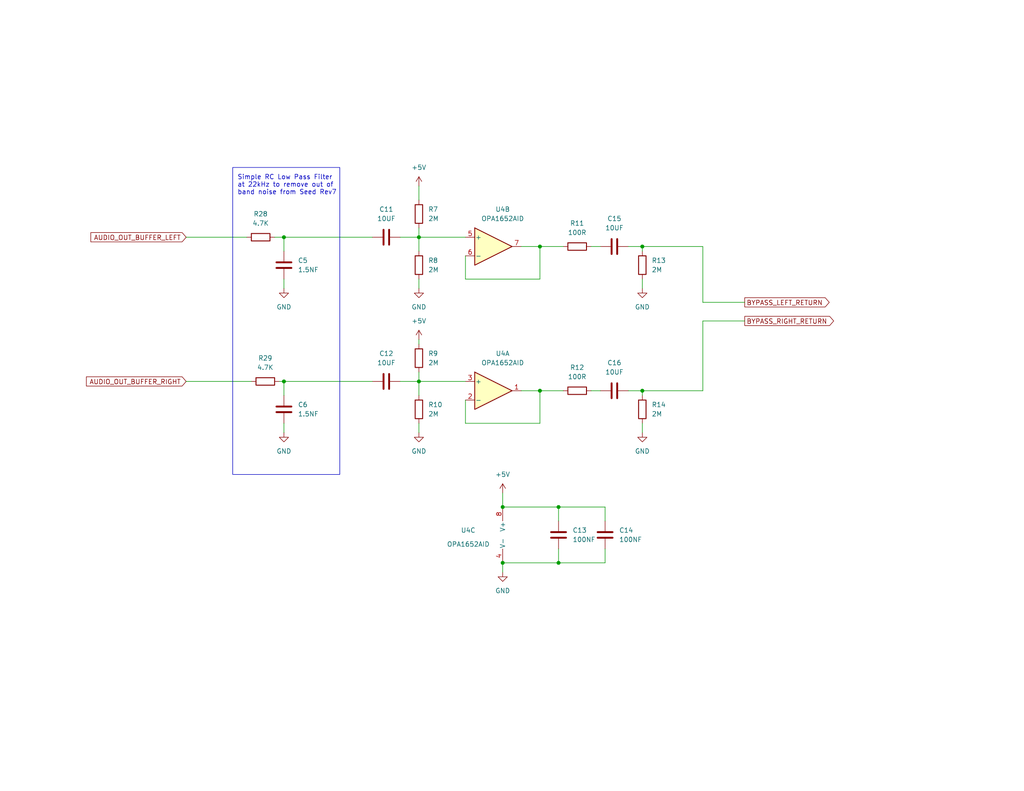
<source format=kicad_sch>
(kicad_sch (version 20230121) (generator eeschema)
  (paper "USLetter")
  (title_block (title "Daisy Seed Guitar Pedal 125B") (date "2023-06-30") (rev "5") (company "Made by Keith Shepherd (kshep@mac.com)") (comment 1 "https://github.com/electro-smith/Hardware/blob/master/reference/daisy_petal/") (comment 2 "Schematic from the Electro-Smith Daisy Petal Reference Hardware Rev 5"))
  (lib_symbols
    (symbol "Amplifier_Operational:OPA1612AxD" (pin_names (offset 0.127))
      (property "Reference" "U" (at 0 5.08 0))
      (property "Value" "OPA1612AxD" (at 0 -5.08 0))
      (symbol "OPA1612AxD_1_1"
        (polyline (pts (xy -5.08 5.08) (xy 5.08 0) (xy -5.08 -5.08) (xy -5.08 5.08)) (stroke (width 0.254)) (fill (type background)))
        (pin output line (at 7.62 0 180) (length 2.54) (name "~") (number "1"))
        (pin input line (at -7.62 -2.54 0) (length 2.54) (name "-") (number "2"))
        (pin input line (at -7.62 2.54 0) (length 2.54) (name "+") (number "3"))
      )
      (symbol "OPA1612AxD_2_1"
        (polyline (pts (xy -5.08 5.08) (xy 5.08 0) (xy -5.08 -5.08) (xy -5.08 5.08)) (stroke (width 0.254)) (fill (type background)))
        (pin input line (at -7.62 2.54 0) (length 2.54) (name "+") (number "5"))
        (pin input line (at -7.62 -2.54 0) (length 2.54) (name "-") (number "6"))
        (pin output line (at 7.62 0 180) (length 2.54) (name "~") (number "7"))
      )
      (symbol "OPA1612AxD_3_1"
        (pin power_in line (at -2.54 -7.62 90) (length 3.81) (name "V-") (number "4"))
        (pin power_in line (at -2.54 7.62 270) (length 3.81) (name "V+") (number "8"))
      )
    )
    (symbol "Device:C" (pin_numbers hide) (pin_names (offset 0.254))
      (property "Reference" "C" (at 0.635 2.54 0))
      (property "Value" "C" (at 0.635 -2.54 0))
      (symbol "C_0_1"
        (polyline (pts (xy -2.032 -0.762) (xy 2.032 -0.762)) (stroke (width 0.508)))
        (polyline (pts (xy -2.032 0.762) (xy 2.032 0.762)) (stroke (width 0.508)))
      )
      (symbol "C_1_1"
        (pin passive line (at 0 3.81 270) (length 2.794) (name "~") (number "1"))
        (pin passive line (at 0 -3.81 90) (length 2.794) (name "~") (number "2"))
      )
    )
    (symbol "Device:R" (pin_numbers hide) (pin_names (offset 0))
      (property "Reference" "R" (at 2.032 0 90))
      (property "Value" "R" (at 0 0 90))
      (symbol "R_0_1"
        (rectangle (start -1.016 -2.54) (end 1.016 2.54) (stroke (width 0.254)))
      )
      (symbol "R_1_1"
        (pin passive line (at 0 3.81 270) (length 1.27) (name "~") (number "1"))
        (pin passive line (at 0 -3.81 90) (length 1.27) (name "~") (number "2"))
      )
    )
    (symbol "power:+5V" (power) (pin_names (offset 0))
      (property "Value" "+5V" (at 0 3.556 0))
      (symbol "+5V_0_1"
        (polyline (pts (xy -0.762 1.27) (xy 0 2.54)))
        (polyline (pts (xy 0 0) (xy 0 2.54)))
        (polyline (pts (xy 0 2.54) (xy 0.762 1.27)))
      )
      (symbol "+5V_1_1"
        (pin power_in line (at 0 0 90) (length 0) hide (name "+5V") (number "1"))
      )
    )
    (symbol "power:GND" (power) (pin_names (offset 0))
      (property "Value" "GND" (at 0 -3.81 0))
      (symbol "GND_0_1"
        (polyline (pts (xy 0 0) (xy 0 -1.27) (xy 1.27 -1.27) (xy 0 -2.54) (xy -1.27 -1.27) (xy 0 -1.27)))
      )
      (symbol "GND_1_1"
        (pin power_in line (at 0 0 270) (length 0) hide (name "GND") (number "1"))
      )
    )
  )
  (junction (at 175.26 106.68))
  (junction (at 147.32 106.68))
  (junction (at 77.47 104.14))
  (junction (at 152.4 153.67))
  (junction (at 137.16 153.67))
  (junction (at 175.26 67.31))
  (junction (at 114.3 104.14))
  (junction (at 77.47 64.77))
  (junction (at 114.3 64.77))
  (junction (at 147.32 67.31))
  (junction (at 152.4 138.43))
  (junction (at 137.16 138.43))
  (wire (pts (xy 171.45 106.68) (xy 175.26 106.68)))
  (wire (pts (xy 165.1 138.43) (xy 165.1 142.24)))
  (wire (pts (xy 137.16 134.62) (xy 137.16 138.43)))
  (wire (pts (xy 161.29 67.31) (xy 163.83 67.31)))
  (wire (pts (xy 114.3 104.14) (xy 114.3 107.95)))
  (wire (pts (xy 114.3 115.57) (xy 114.3 118.11)))
  (wire (pts (xy 114.3 64.77) (xy 114.3 62.23)))
  (wire (pts (xy 127 69.85) (xy 127 76.2)))
  (wire (pts (xy 147.32 76.2) (xy 127 76.2)))
  (wire (pts (xy 114.3 64.77) (xy 127 64.77)))
  (wire (pts (xy 114.3 54.61) (xy 114.3 50.8)))
  (wire (pts (xy 77.47 64.77) (xy 101.6 64.77)))
  (wire (pts (xy 152.4 153.67) (xy 165.1 153.67)))
  (wire (pts (xy 142.24 67.31) (xy 147.32 67.31)))
  (wire (pts (xy 165.1 149.86) (xy 165.1 153.67)))
  (wire (pts (xy 175.26 106.68) (xy 191.77 106.68)))
  (wire (pts (xy 191.77 82.55) (xy 203.2 82.55)))
  (wire (pts (xy 114.3 104.14) (xy 127 104.14)))
  (wire (pts (xy 175.26 115.57) (xy 175.26 118.11)))
  (wire (pts (xy 161.29 106.68) (xy 163.83 106.68)))
  (wire (pts (xy 77.47 104.14) (xy 101.6 104.14)))
  (wire (pts (xy 74.93 64.77) (xy 77.47 64.77)))
  (wire (pts (xy 191.77 67.31) (xy 191.77 82.55)))
  (wire (pts (xy 142.24 106.68) (xy 147.32 106.68)))
  (wire (pts (xy 175.26 76.2) (xy 175.26 78.74)))
  (wire (pts (xy 114.3 76.2) (xy 114.3 78.74)))
  (wire (pts (xy 77.47 76.2) (xy 77.47 78.74)))
  (wire (pts (xy 137.16 138.43) (xy 152.4 138.43)))
  (wire (pts (xy 171.45 67.31) (xy 175.26 67.31)))
  (wire (pts (xy 137.16 153.67) (xy 152.4 153.67)))
  (wire (pts (xy 127 109.22) (xy 127 115.57)))
  (wire (pts (xy 175.26 106.68) (xy 175.26 107.95)))
  (wire (pts (xy 77.47 115.57) (xy 77.47 118.11)))
  (wire (pts (xy 50.8 64.77) (xy 67.31 64.77)))
  (wire (pts (xy 152.4 138.43) (xy 152.4 142.24)))
  (wire (pts (xy 175.26 67.31) (xy 175.26 68.58)))
  (wire (pts (xy 77.47 107.95) (xy 77.47 104.14)))
  (wire (pts (xy 152.4 138.43) (xy 165.1 138.43)))
  (wire (pts (xy 147.32 106.68) (xy 153.67 106.68)))
  (wire (pts (xy 109.22 104.14) (xy 114.3 104.14)))
  (wire (pts (xy 175.26 67.31) (xy 191.77 67.31)))
  (wire (pts (xy 109.22 64.77) (xy 114.3 64.77)))
  (wire (pts (xy 152.4 149.86) (xy 152.4 153.67)))
  (wire (pts (xy 191.77 106.68) (xy 191.77 87.63)))
  (wire (pts (xy 114.3 64.77) (xy 114.3 68.58)))
  (wire (pts (xy 114.3 104.14) (xy 114.3 101.6)))
  (wire (pts (xy 147.32 67.31) (xy 153.67 67.31)))
  (wire (pts (xy 137.16 153.67) (xy 137.16 156.21)))
  (wire (pts (xy 76.2 104.14) (xy 77.47 104.14)))
  (wire (pts (xy 147.32 115.57) (xy 127 115.57)))
  (wire (pts (xy 147.32 67.31) (xy 147.32 76.2)))
  (wire (pts (xy 191.77 87.63) (xy 203.2 87.63)))
  (wire (pts (xy 77.47 68.58) (xy 77.47 64.77)))
  (wire (pts (xy 114.3 93.98) (xy 114.3 92.71)))
  (wire (pts (xy 50.8 104.14) (xy 68.58 104.14)))
  (wire (pts (xy 147.32 106.68) (xy 147.32 115.57)))
  (rectangle (start 63.5 45.72) (end 92.71 129.54))
  (text "Simple RC Low Pass Filter\nat 22kHz to remove out of\nband noise from Seed Rev7" (at 64.77 53.34 0) (effects (font (size 1.27 1.27)) (justify left bottom)))
  (global_label "AUDIO_OUT_BUFFER_RIGHT" (shape input) (at 50.8 104.14 180) (property "Intersheetrefs" "${INTERSHEET_REFS}" (effects hide)))
  (global_label "BYPASS_RIGHT_RETURN" (shape output) (at 203.2 87.63 0) (property "Intersheetrefs" "${INTERSHEET_REFS}" (effects hide)))
  (global_label "AUDIO_OUT_BUFFER_LEFT" (shape input) (at 50.8 64.77 180) (property "Intersheetrefs" "${INTERSHEET_REFS}" (effects hide)))
  (global_label "BYPASS_LEFT_RETURN" (shape output) (at 203.2 82.55 0) (property "Intersheetrefs" "${INTERSHEET_REFS}" (effects hide)))
  (symbol (lib_id "power:GND") (at 175.26 118.11 0) (unit 1)
    (property "Reference" "#PWR017" (effects hide))
    (property "Value" "GND" (at 175.26 123.19 0))
  )
  (symbol (lib_id "Device:R") (at 114.3 111.76 0) (unit 1)
    (property "Reference" "R10" (at 116.84 110.4899 0) (effects (justify left)))
    (property "Value" "2M" (at 116.84 113.0299 0) (effects (justify left)))
    (property "Footprint" "Resistor_SMD:R_0805_2012Metric" (effects hide))
  )
  (symbol (lib_id "Device:C") (at 105.41 64.77 270) (unit 1)
    (property "Reference" "C11" (at 105.41 57.15 90))
    (property "Value" "10UF" (at 105.41 59.69 90))
    (property "Footprint" "Capacitor_SMD:C_0805_2012Metric" (effects hide))
  )
  (symbol (lib_id "Amplifier_Operational:OPA1612AxD") (at 134.62 106.68 0) (unit 1)
    (property "Reference" "U4" (at 137.16 96.52 0))
    (property "Value" "OPA1652AID" (at 137.16 99.06 0))
    (property "Footprint" "Package_SO:SOIC-8_3.9x4.9mm_P1.27mm" (effects hide))
    (property "Datasheet" "http://www.ti.com/lit/ds/symlink/opa1652.pdf" (effects hide))
  )
  (symbol (lib_id "Device:C") (at 165.1 146.05 0) (unit 1)
    (property "Reference" "C14" (at 168.91 144.7799 0) (effects (justify left)))
    (property "Value" "100NF" (at 168.91 147.3199 0) (effects (justify left)))
    (property "Footprint" "Capacitor_SMD:C_0805_2012Metric" (effects hide))
  )
  (symbol (lib_id "power:GND") (at 77.47 78.74 0) (unit 1)
    (property "Reference" "#PWR061" (effects hide))
    (property "Value" "GND" (at 77.47 83.82 0))
  )
  (symbol (lib_id "Device:R") (at 71.12 64.77 90) (unit 1)
    (property "Reference" "R28" (at 71.12 58.42 90))
    (property "Value" "4.7K" (at 71.12 60.96 90))
    (property "Footprint" "Resistor_SMD:R_0805_2012Metric" (effects hide))
  )
  (symbol (lib_id "power:+5V") (at 114.3 92.71 0) (unit 1)
    (property "Reference" "#PWR057" (effects hide))
    (property "Value" "+5V" (at 114.3 87.63 0))
  )
  (symbol (lib_id "power:GND") (at 175.26 78.74 0) (unit 1)
    (property "Reference" "#PWR016" (effects hide))
    (property "Value" "GND" (at 175.26 83.82 0))
  )
  (symbol (lib_id "Device:R") (at 114.3 72.39 0) (unit 1)
    (property "Reference" "R8" (at 116.84 71.1199 0) (effects (justify left)))
    (property "Value" "2M" (at 116.84 73.6599 0) (effects (justify left)))
    (property "Footprint" "Resistor_SMD:R_0805_2012Metric" (effects hide))
  )
  (symbol (lib_id "power:+5V") (at 137.16 134.62 0) (unit 1)
    (property "Reference" "#PWR058" (effects hide))
    (property "Value" "+5V" (at 137.16 129.54 0))
  )
  (symbol (lib_id "Device:R") (at 114.3 97.79 0) (unit 1)
    (property "Reference" "R9" (at 116.84 96.5199 0) (effects (justify left)))
    (property "Value" "2M" (at 116.84 99.0599 0) (effects (justify left)))
    (property "Footprint" "Resistor_SMD:R_0805_2012Metric" (effects hide))
  )
  (symbol (lib_id "Device:R") (at 114.3 58.42 0) (unit 1)
    (property "Reference" "R7" (at 116.84 57.1499 0) (effects (justify left)))
    (property "Value" "2M" (at 116.84 59.6899 0) (effects (justify left)))
    (property "Footprint" "Resistor_SMD:R_0805_2012Metric" (effects hide))
  )
  (symbol (lib_id "Device:C") (at 77.47 111.76 0) (unit 1)
    (property "Reference" "C6" (at 81.28 110.49 0) (effects (justify left)))
    (property "Value" "1.5NF" (at 81.28 113.03 0) (effects (justify left)))
    (property "Footprint" "Capacitor_SMD:C_0805_2012Metric" (effects hide))
  )
  (symbol (lib_id "power:GND") (at 114.3 78.74 0) (unit 1)
    (property "Reference" "#PWR013" (effects hide))
    (property "Value" "GND" (at 114.3 83.82 0))
  )
  (symbol (lib_id "Amplifier_Operational:OPA1612AxD") (at 139.7 146.05 0) (unit 3)
    (property "Reference" "U4" (at 125.73 144.78 0) (effects (justify left)))
    (property "Value" "OPA1652AID" (at 121.92 148.59 0) (effects (justify left)))
    (property "Footprint" "Package_SO:SOIC-8_3.9x4.9mm_P1.27mm" (effects hide))
    (property "Datasheet" "http://www.ti.com/lit/ds/symlink/opa1652.pdf" (effects hide))
  )
  (symbol (lib_id "Device:R") (at 72.39 104.14 90) (unit 1)
    (property "Reference" "R29" (at 72.39 97.79 90))
    (property "Value" "4.7K" (at 72.39 100.33 90))
    (property "Footprint" "Resistor_SMD:R_0805_2012Metric" (effects hide))
  )
  (symbol (lib_id "Device:C") (at 167.64 67.31 90) (unit 1)
    (property "Reference" "C15" (at 167.64 59.69 90))
    (property "Value" "10UF" (at 167.64 62.23 90))
    (property "Footprint" "Capacitor_SMD:C_0805_2012Metric" (effects hide))
  )
  (symbol (lib_id "Device:C") (at 77.47 72.39 0) (unit 1)
    (property "Reference" "C5" (at 81.28 71.12 0) (effects (justify left)))
    (property "Value" "1.5NF" (at 81.28 73.66 0) (effects (justify left)))
    (property "Footprint" "Capacitor_SMD:C_0805_2012Metric" (effects hide))
  )
  (symbol (lib_id "Amplifier_Operational:OPA1612AxD") (at 134.62 67.31 0) (unit 2)
    (property "Reference" "U4" (at 137.16 57.15 0))
    (property "Value" "OPA1652AID" (at 137.16 59.69 0))
    (property "Footprint" "Package_SO:SOIC-8_3.9x4.9mm_P1.27mm" (effects hide))
    (property "Datasheet" "http://www.ti.com/lit/ds/symlink/opa1652.pdf" (effects hide))
  )
  (symbol (lib_id "power:+5V") (at 114.3 50.8 0) (unit 1)
    (property "Reference" "#PWR056" (effects hide))
    (property "Value" "+5V" (at 114.3 45.72 0))
  )
  (symbol (lib_id "power:GND") (at 114.3 118.11 0) (unit 1)
    (property "Reference" "#PWR014" (effects hide))
    (property "Value" "GND" (at 114.3 123.19 0))
  )
  (symbol (lib_id "Device:C") (at 167.64 106.68 90) (unit 1)
    (property "Reference" "C16" (at 167.64 99.06 90))
    (property "Value" "10UF" (at 167.64 101.6 90))
    (property "Footprint" "Capacitor_SMD:C_0805_2012Metric" (effects hide))
  )
  (symbol (lib_id "Device:R") (at 157.48 67.31 90) (unit 1)
    (property "Reference" "R11" (at 157.48 60.96 90))
    (property "Value" "100R" (at 157.48 63.5 90))
    (property "Footprint" "Resistor_SMD:R_0805_2012Metric" (effects hide))
  )
  (symbol (lib_id "power:GND") (at 137.16 156.21 0) (unit 1)
    (property "Reference" "#PWR015" (effects hide))
    (property "Value" "GND" (at 137.16 161.29 0))
  )
  (symbol (lib_id "Device:R") (at 157.48 106.68 90) (unit 1)
    (property "Reference" "R12" (at 157.48 100.33 90))
    (property "Value" "100R" (at 157.48 102.87 90))
    (property "Footprint" "Resistor_SMD:R_0805_2012Metric" (effects hide))
  )
  (symbol (lib_id "Device:C") (at 105.41 104.14 270) (unit 1)
    (property "Reference" "C12" (at 105.41 96.52 90))
    (property "Value" "10UF" (at 105.41 99.06 90))
    (property "Footprint" "Capacitor_SMD:C_0805_2012Metric" (effects hide))
  )
  (symbol (lib_id "Device:R") (at 175.26 72.39 0) (unit 1)
    (property "Reference" "R13" (at 177.8 71.1199 0) (effects (justify left)))
    (property "Value" "2M" (at 177.8 73.6599 0) (effects (justify left)))
    (property "Footprint" "Resistor_SMD:R_0805_2012Metric" (effects hide))
  )
  (symbol (lib_id "Device:R") (at 175.26 111.76 0) (unit 1)
    (property "Reference" "R14" (at 177.8 110.4899 0) (effects (justify left)))
    (property "Value" "2M" (at 177.8 113.0299 0) (effects (justify left)))
    (property "Footprint" "Resistor_SMD:R_0805_2012Metric" (effects hide))
  )
  (symbol (lib_id "Device:C") (at 152.4 146.05 0) (unit 1)
    (property "Reference" "C13" (at 156.21 144.7799 0) (effects (justify left)))
    (property "Value" "100NF" (at 156.21 147.3199 0) (effects (justify left)))
    (property "Footprint" "Capacitor_SMD:C_0805_2012Metric" (effects hide))
  )
  (symbol (lib_id "power:GND") (at 77.47 118.11 0) (unit 1)
    (property "Reference" "#PWR062" (effects hide))
    (property "Value" "GND" (at 77.47 123.19 0))
  )
)
</source>
